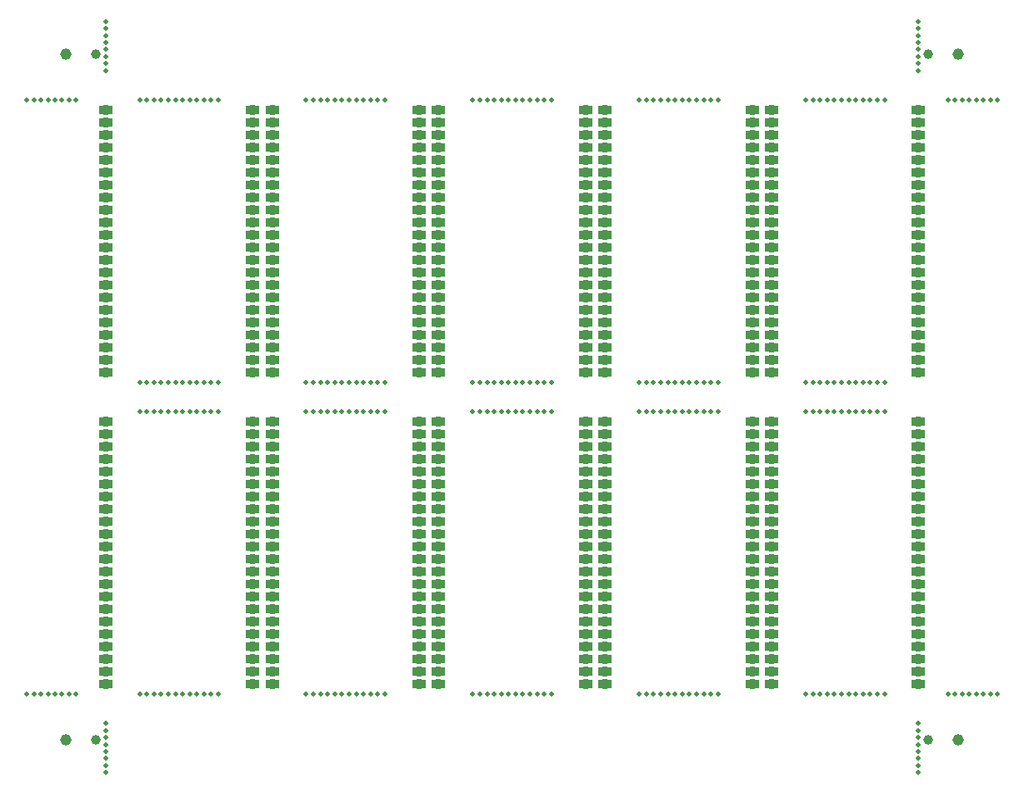
<source format=gbr>
%TF.GenerationSoftware,KiCad,Pcbnew,(6.0.7)*%
%TF.CreationDate,2022-08-09T00:19:31-07:00*%
%TF.ProjectId,panelized-M27C322-to-KM23C32000AG-adapter,70616e65-6c69-47a6-9564-2d4d32374333,rev?*%
%TF.SameCoordinates,Original*%
%TF.FileFunction,Soldermask,Bot*%
%TF.FilePolarity,Negative*%
%FSLAX46Y46*%
G04 Gerber Fmt 4.6, Leading zero omitted, Abs format (unit mm)*
G04 Created by KiCad (PCBNEW (6.0.7)) date 2022-08-09 00:19:31*
%MOMM*%
%LPD*%
G01*
G04 APERTURE LIST*
G04 Aperture macros list*
%AMFreePoly0*
4,1,43,0.067453,0.524421,0.088820,0.521227,0.211929,0.484410,0.231542,0.475348,0.339368,0.405458,0.352846,0.393700,0.635000,0.393700,0.683980,0.375873,0.710042,0.330732,0.711200,0.317500,0.711200,-0.317500,0.693373,-0.366480,0.648232,-0.392542,0.635000,-0.393700,0.351531,-0.393700,0.345985,-0.399827,0.329361,-0.413629,0.219858,-0.480863,0.200030,-0.489443,0.076059,-0.523242,
0.054619,-0.525912,-0.073855,-0.523557,-0.095181,-0.520103,-0.217831,-0.481785,-0.237332,-0.472484,-0.344297,-0.401282,-0.352777,-0.393700,-0.635000,-0.393700,-0.683980,-0.375873,-0.710042,-0.330732,-0.711200,-0.317500,-0.711200,0.317500,-0.693373,0.366480,-0.648232,0.392542,-0.635000,0.393700,-0.352495,0.393700,-0.350843,0.395571,-0.334389,0.409574,-0.225716,0.478141,-0.205995,0.486962,
-0.082446,0.522273,-0.061040,0.525206,0.067453,0.524421,0.067453,0.524421,$1*%
G04 Aperture macros list end*
%ADD10C,1.000000*%
%ADD11C,0.500000*%
%ADD12C,1.152000*%
%ADD13FreePoly0,180.000000*%
G04 APERTURE END LIST*
D10*
%TO.C,REF\u002A\u002A*%
X22000000Y-18350000D03*
%TD*%
%TO.C,REF\u002A\u002A*%
X106612500Y-18350000D03*
%TD*%
%TO.C,REF\u002A\u002A*%
X22000000Y-87990000D03*
%TD*%
%TO.C,REF\u002A\u002A*%
X106612500Y-87990000D03*
%TD*%
D11*
%TO.C,REF\u002A\u002A*%
X17857142Y-23000000D03*
%TD*%
%TO.C,REF\u002A\u002A*%
X62488068Y-83340000D03*
%TD*%
%TO.C,REF\u002A\u002A*%
X80865113Y-54670000D03*
%TD*%
%TO.C,REF\u002A\u002A*%
X34461250Y-23000000D03*
%TD*%
%TO.C,REF\u002A\u002A*%
X44111022Y-51670000D03*
%TD*%
D12*
%TO.C,REF\u002A\u002A*%
X19000000Y-18350000D03*
%TD*%
D11*
%TO.C,REF\u002A\u002A*%
X61033522Y-83340000D03*
%TD*%
%TO.C,REF\u002A\u002A*%
X23000000Y-15000000D03*
%TD*%
%TO.C,REF\u002A\u002A*%
X31552159Y-51670000D03*
%TD*%
%TO.C,REF\u002A\u002A*%
X61760795Y-51670000D03*
%TD*%
%TO.C,REF\u002A\u002A*%
X45565568Y-83340000D03*
%TD*%
%TO.C,REF\u002A\u002A*%
X61033522Y-54670000D03*
%TD*%
%TO.C,REF\u002A\u002A*%
X105612500Y-20000000D03*
%TD*%
%TO.C,REF\u002A\u002A*%
X32279431Y-51670000D03*
%TD*%
%TO.C,REF\u002A\u002A*%
X23000000Y-16428571D03*
%TD*%
D13*
%TO.C,U1*%
X73767500Y-55670000D03*
X73767500Y-56940000D03*
X73767500Y-58210000D03*
X73767500Y-59480000D03*
X73767500Y-60750000D03*
X73767500Y-62020000D03*
X73767500Y-63290000D03*
X73767500Y-64560000D03*
X73767500Y-65830000D03*
X73767500Y-67100000D03*
X73767500Y-68370000D03*
X73767500Y-69640000D03*
X73767500Y-70910000D03*
X73767500Y-72180000D03*
X73767500Y-73450000D03*
X73767500Y-74720000D03*
X73767500Y-75990000D03*
X73767500Y-77260000D03*
X73767500Y-78530000D03*
X73767500Y-79800000D03*
X73767500Y-81070000D03*
X73767500Y-82340000D03*
X88690000Y-82340000D03*
X88690000Y-81070000D03*
X88690000Y-79800000D03*
X88690000Y-78530000D03*
X88690000Y-77260000D03*
X88690000Y-75990000D03*
X88690000Y-74720000D03*
X88690000Y-73450000D03*
X88690000Y-72180000D03*
X88690000Y-70910000D03*
X88690000Y-69640000D03*
X88690000Y-68370000D03*
X88690000Y-67100000D03*
X88690000Y-65830000D03*
X88690000Y-64560000D03*
X88690000Y-63290000D03*
X88690000Y-62020000D03*
X88690000Y-60750000D03*
X88690000Y-59480000D03*
X88690000Y-58210000D03*
X88690000Y-56940000D03*
X88690000Y-55670000D03*
%TD*%
D11*
%TO.C,REF\u002A\u002A*%
X15714285Y-23000000D03*
%TD*%
%TO.C,REF\u002A\u002A*%
X19285714Y-83340000D03*
%TD*%
%TO.C,REF\u002A\u002A*%
X50656477Y-23000000D03*
%TD*%
%TO.C,REF\u002A\u002A*%
X80137840Y-51670000D03*
%TD*%
%TO.C,REF\u002A\u002A*%
X44838295Y-23000000D03*
%TD*%
%TO.C,REF\u002A\u002A*%
X68306250Y-54670000D03*
%TD*%
%TO.C,REF\u002A\u002A*%
X67578977Y-51670000D03*
%TD*%
%TO.C,REF\u002A\u002A*%
X51383750Y-54670000D03*
%TD*%
%TO.C,REF\u002A\u002A*%
X97060340Y-23000000D03*
%TD*%
%TO.C,REF\u002A\u002A*%
X26461250Y-83340000D03*
%TD*%
%TO.C,REF\u002A\u002A*%
X84501477Y-51670000D03*
%TD*%
%TO.C,REF\u002A\u002A*%
X113612500Y-83340000D03*
%TD*%
%TO.C,REF\u002A\u002A*%
X65397159Y-83340000D03*
%TD*%
%TO.C,REF\u002A\u002A*%
X63942613Y-51670000D03*
%TD*%
%TO.C,REF\u002A\u002A*%
X60306250Y-83340000D03*
%TD*%
%TO.C,REF\u002A\u002A*%
X23000000Y-17142857D03*
%TD*%
D13*
%TO.C,U1*%
X39922500Y-55670000D03*
X39922500Y-56940000D03*
X39922500Y-58210000D03*
X39922500Y-59480000D03*
X39922500Y-60750000D03*
X39922500Y-62020000D03*
X39922500Y-63290000D03*
X39922500Y-64560000D03*
X39922500Y-65830000D03*
X39922500Y-67100000D03*
X39922500Y-68370000D03*
X39922500Y-69640000D03*
X39922500Y-70910000D03*
X39922500Y-72180000D03*
X39922500Y-73450000D03*
X39922500Y-74720000D03*
X39922500Y-75990000D03*
X39922500Y-77260000D03*
X39922500Y-78530000D03*
X39922500Y-79800000D03*
X39922500Y-81070000D03*
X39922500Y-82340000D03*
X54845000Y-82340000D03*
X54845000Y-81070000D03*
X54845000Y-79800000D03*
X54845000Y-78530000D03*
X54845000Y-77260000D03*
X54845000Y-75990000D03*
X54845000Y-74720000D03*
X54845000Y-73450000D03*
X54845000Y-72180000D03*
X54845000Y-70910000D03*
X54845000Y-69640000D03*
X54845000Y-68370000D03*
X54845000Y-67100000D03*
X54845000Y-65830000D03*
X54845000Y-64560000D03*
X54845000Y-63290000D03*
X54845000Y-62020000D03*
X54845000Y-60750000D03*
X54845000Y-59480000D03*
X54845000Y-58210000D03*
X54845000Y-56940000D03*
X54845000Y-55670000D03*
%TD*%
D11*
%TO.C,REF\u002A\u002A*%
X44838295Y-51670000D03*
%TD*%
%TO.C,REF\u002A\u002A*%
X101423977Y-51670000D03*
%TD*%
%TO.C,REF\u002A\u002A*%
X45565568Y-54670000D03*
%TD*%
%TO.C,REF\u002A\u002A*%
X82319659Y-51670000D03*
%TD*%
%TO.C,REF\u002A\u002A*%
X67578977Y-23000000D03*
%TD*%
%TO.C,REF\u002A\u002A*%
X77956022Y-51670000D03*
%TD*%
%TO.C,REF\u002A\u002A*%
X102151250Y-54670000D03*
%TD*%
%TO.C,REF\u002A\u002A*%
X81592386Y-54670000D03*
%TD*%
%TO.C,REF\u002A\u002A*%
X99242159Y-54670000D03*
%TD*%
%TO.C,REF\u002A\u002A*%
X77228750Y-23000000D03*
%TD*%
%TO.C,REF\u002A\u002A*%
X80865113Y-23000000D03*
%TD*%
%TO.C,REF\u002A\u002A*%
X23000000Y-15714285D03*
%TD*%
%TO.C,REF\u002A\u002A*%
X63942613Y-54670000D03*
%TD*%
%TO.C,REF\u002A\u002A*%
X78683295Y-83340000D03*
%TD*%
%TO.C,REF\u002A\u002A*%
X66851704Y-54670000D03*
%TD*%
%TO.C,REF\u002A\u002A*%
X45565568Y-23000000D03*
%TD*%
%TO.C,REF\u002A\u002A*%
X96333068Y-54670000D03*
%TD*%
%TO.C,REF\u002A\u002A*%
X81592386Y-83340000D03*
%TD*%
%TO.C,REF\u002A\u002A*%
X43383750Y-23000000D03*
%TD*%
%TO.C,REF\u002A\u002A*%
X105612500Y-90625714D03*
%TD*%
%TO.C,REF\u002A\u002A*%
X105612500Y-15714285D03*
%TD*%
%TO.C,REF\u002A\u002A*%
X110041071Y-83340000D03*
%TD*%
%TO.C,REF\u002A\u002A*%
X47747386Y-54670000D03*
%TD*%
%TO.C,REF\u002A\u002A*%
X98514886Y-51670000D03*
%TD*%
%TO.C,REF\u002A\u002A*%
X49201931Y-23000000D03*
%TD*%
%TO.C,REF\u002A\u002A*%
X83774204Y-54670000D03*
%TD*%
D12*
%TO.C,REF\u002A\u002A*%
X19000000Y-87990000D03*
%TD*%
D11*
%TO.C,REF\u002A\u002A*%
X99242159Y-23000000D03*
%TD*%
%TO.C,REF\u002A\u002A*%
X27188522Y-51670000D03*
%TD*%
%TO.C,REF\u002A\u002A*%
X30097613Y-54670000D03*
%TD*%
%TO.C,REF\u002A\u002A*%
X95605795Y-51670000D03*
%TD*%
%TO.C,REF\u002A\u002A*%
X33733977Y-51670000D03*
%TD*%
%TO.C,REF\u002A\u002A*%
X80865113Y-83340000D03*
%TD*%
%TO.C,REF\u002A\u002A*%
X64669886Y-51670000D03*
%TD*%
%TO.C,REF\u002A\u002A*%
X45565568Y-51670000D03*
%TD*%
%TO.C,REF\u002A\u002A*%
X97787613Y-54670000D03*
%TD*%
%TO.C,REF\u002A\u002A*%
X81592386Y-51670000D03*
%TD*%
%TO.C,REF\u002A\u002A*%
X27915795Y-83340000D03*
%TD*%
%TO.C,REF\u002A\u002A*%
X43383750Y-54670000D03*
%TD*%
%TO.C,REF\u002A\u002A*%
X48474659Y-23000000D03*
%TD*%
%TO.C,REF\u002A\u002A*%
X16428571Y-83340000D03*
%TD*%
%TO.C,REF\u002A\u002A*%
X20000000Y-23000000D03*
%TD*%
%TO.C,REF\u002A\u002A*%
X44111022Y-23000000D03*
%TD*%
D13*
%TO.C,U1*%
X90690000Y-55670000D03*
X90690000Y-56940000D03*
X90690000Y-58210000D03*
X90690000Y-59480000D03*
X90690000Y-60750000D03*
X90690000Y-62020000D03*
X90690000Y-63290000D03*
X90690000Y-64560000D03*
X90690000Y-65830000D03*
X90690000Y-67100000D03*
X90690000Y-68370000D03*
X90690000Y-69640000D03*
X90690000Y-70910000D03*
X90690000Y-72180000D03*
X90690000Y-73450000D03*
X90690000Y-74720000D03*
X90690000Y-75990000D03*
X90690000Y-77260000D03*
X90690000Y-78530000D03*
X90690000Y-79800000D03*
X90690000Y-81070000D03*
X90690000Y-82340000D03*
X105612500Y-82340000D03*
X105612500Y-81070000D03*
X105612500Y-79800000D03*
X105612500Y-78530000D03*
X105612500Y-77260000D03*
X105612500Y-75990000D03*
X105612500Y-74720000D03*
X105612500Y-73450000D03*
X105612500Y-72180000D03*
X105612500Y-70910000D03*
X105612500Y-69640000D03*
X105612500Y-68370000D03*
X105612500Y-67100000D03*
X105612500Y-65830000D03*
X105612500Y-64560000D03*
X105612500Y-63290000D03*
X105612500Y-62020000D03*
X105612500Y-60750000D03*
X105612500Y-59480000D03*
X105612500Y-58210000D03*
X105612500Y-56940000D03*
X105612500Y-55670000D03*
%TD*%
D11*
%TO.C,REF\u002A\u002A*%
X44838295Y-54670000D03*
%TD*%
%TO.C,REF\u002A\u002A*%
X17142857Y-23000000D03*
%TD*%
%TO.C,REF\u002A\u002A*%
X105612500Y-91340000D03*
%TD*%
%TO.C,REF\u002A\u002A*%
X51383750Y-51670000D03*
%TD*%
%TO.C,REF\u002A\u002A*%
X97060340Y-51670000D03*
%TD*%
%TO.C,REF\u002A\u002A*%
X67578977Y-54670000D03*
%TD*%
%TO.C,REF\u002A\u002A*%
X83774204Y-83340000D03*
%TD*%
%TO.C,REF\u002A\u002A*%
X15000000Y-83340000D03*
%TD*%
D13*
%TO.C,U1*%
X23000000Y-55670000D03*
X23000000Y-56940000D03*
X23000000Y-58210000D03*
X23000000Y-59480000D03*
X23000000Y-60750000D03*
X23000000Y-62020000D03*
X23000000Y-63290000D03*
X23000000Y-64560000D03*
X23000000Y-65830000D03*
X23000000Y-67100000D03*
X23000000Y-68370000D03*
X23000000Y-69640000D03*
X23000000Y-70910000D03*
X23000000Y-72180000D03*
X23000000Y-73450000D03*
X23000000Y-74720000D03*
X23000000Y-75990000D03*
X23000000Y-77260000D03*
X23000000Y-78530000D03*
X23000000Y-79800000D03*
X23000000Y-81070000D03*
X23000000Y-82340000D03*
X37922500Y-82340000D03*
X37922500Y-81070000D03*
X37922500Y-79800000D03*
X37922500Y-78530000D03*
X37922500Y-77260000D03*
X37922500Y-75990000D03*
X37922500Y-74720000D03*
X37922500Y-73450000D03*
X37922500Y-72180000D03*
X37922500Y-70910000D03*
X37922500Y-69640000D03*
X37922500Y-68370000D03*
X37922500Y-67100000D03*
X37922500Y-65830000D03*
X37922500Y-64560000D03*
X37922500Y-63290000D03*
X37922500Y-62020000D03*
X37922500Y-60750000D03*
X37922500Y-59480000D03*
X37922500Y-58210000D03*
X37922500Y-56940000D03*
X37922500Y-55670000D03*
%TD*%
D11*
%TO.C,REF\u002A\u002A*%
X77956022Y-54670000D03*
%TD*%
%TO.C,REF\u002A\u002A*%
X33733977Y-23000000D03*
%TD*%
%TO.C,REF\u002A\u002A*%
X29370340Y-54670000D03*
%TD*%
%TO.C,REF\u002A\u002A*%
X47020113Y-54670000D03*
%TD*%
%TO.C,REF\u002A\u002A*%
X34461250Y-54670000D03*
%TD*%
%TO.C,REF\u002A\u002A*%
X110041071Y-23000000D03*
%TD*%
%TO.C,REF\u002A\u002A*%
X94151250Y-51670000D03*
%TD*%
%TO.C,REF\u002A\u002A*%
X105612500Y-17142857D03*
%TD*%
%TO.C,REF\u002A\u002A*%
X49201931Y-54670000D03*
%TD*%
%TO.C,REF\u002A\u002A*%
X23000000Y-86340000D03*
%TD*%
%TO.C,REF\u002A\u002A*%
X68306250Y-51670000D03*
%TD*%
%TO.C,REF\u002A\u002A*%
X79410568Y-83340000D03*
%TD*%
%TO.C,REF\u002A\u002A*%
X60306250Y-54670000D03*
%TD*%
%TO.C,REF\u002A\u002A*%
X110755357Y-83340000D03*
%TD*%
%TO.C,REF\u002A\u002A*%
X66124431Y-23000000D03*
%TD*%
%TO.C,REF\u002A\u002A*%
X85228750Y-51670000D03*
%TD*%
%TO.C,REF\u002A\u002A*%
X61760795Y-54670000D03*
%TD*%
%TO.C,REF\u002A\u002A*%
X112898214Y-23000000D03*
%TD*%
%TO.C,REF\u002A\u002A*%
X66124431Y-51670000D03*
%TD*%
%TO.C,REF\u002A\u002A*%
X80137840Y-54670000D03*
%TD*%
%TO.C,REF\u002A\u002A*%
X65397159Y-54670000D03*
%TD*%
%TO.C,REF\u002A\u002A*%
X105612500Y-15000000D03*
%TD*%
%TO.C,REF\u002A\u002A*%
X49201931Y-51670000D03*
%TD*%
%TO.C,REF\u002A\u002A*%
X95605795Y-54670000D03*
%TD*%
%TO.C,REF\u002A\u002A*%
X105612500Y-88482857D03*
%TD*%
%TO.C,REF\u002A\u002A*%
X63215340Y-83340000D03*
%TD*%
%TO.C,REF\u002A\u002A*%
X63215340Y-23000000D03*
%TD*%
%TO.C,REF\u002A\u002A*%
X50656477Y-54670000D03*
%TD*%
%TO.C,REF\u002A\u002A*%
X108612500Y-83340000D03*
%TD*%
%TO.C,REF\u002A\u002A*%
X83046931Y-23000000D03*
%TD*%
%TO.C,REF\u002A\u002A*%
X102151250Y-51670000D03*
%TD*%
%TO.C,REF\u002A\u002A*%
X32279431Y-54670000D03*
%TD*%
%TO.C,REF\u002A\u002A*%
X23000000Y-19285714D03*
%TD*%
%TO.C,REF\u002A\u002A*%
X23000000Y-89911428D03*
%TD*%
D13*
%TO.C,U1*%
X73767500Y-24000000D03*
X73767500Y-25270000D03*
X73767500Y-26540000D03*
X73767500Y-27810000D03*
X73767500Y-29080000D03*
X73767500Y-30350000D03*
X73767500Y-31620000D03*
X73767500Y-32890000D03*
X73767500Y-34160000D03*
X73767500Y-35430000D03*
X73767500Y-36700000D03*
X73767500Y-37970000D03*
X73767500Y-39240000D03*
X73767500Y-40510000D03*
X73767500Y-41780000D03*
X73767500Y-43050000D03*
X73767500Y-44320000D03*
X73767500Y-45590000D03*
X73767500Y-46860000D03*
X73767500Y-48130000D03*
X73767500Y-49400000D03*
X73767500Y-50670000D03*
X88690000Y-50670000D03*
X88690000Y-49400000D03*
X88690000Y-48130000D03*
X88690000Y-46860000D03*
X88690000Y-45590000D03*
X88690000Y-44320000D03*
X88690000Y-43050000D03*
X88690000Y-41780000D03*
X88690000Y-40510000D03*
X88690000Y-39240000D03*
X88690000Y-37970000D03*
X88690000Y-36700000D03*
X88690000Y-35430000D03*
X88690000Y-34160000D03*
X88690000Y-32890000D03*
X88690000Y-31620000D03*
X88690000Y-30350000D03*
X88690000Y-29080000D03*
X88690000Y-27810000D03*
X88690000Y-26540000D03*
X88690000Y-25270000D03*
X88690000Y-24000000D03*
%TD*%
D11*
%TO.C,REF\u002A\u002A*%
X65397159Y-51670000D03*
%TD*%
%TO.C,REF\u002A\u002A*%
X113612500Y-23000000D03*
%TD*%
%TO.C,REF\u002A\u002A*%
X49201931Y-83340000D03*
%TD*%
%TO.C,REF\u002A\u002A*%
X66851704Y-23000000D03*
%TD*%
%TO.C,REF\u002A\u002A*%
X105612500Y-87054285D03*
%TD*%
D13*
%TO.C,U1*%
X39922500Y-24000000D03*
X39922500Y-25270000D03*
X39922500Y-26540000D03*
X39922500Y-27810000D03*
X39922500Y-29080000D03*
X39922500Y-30350000D03*
X39922500Y-31620000D03*
X39922500Y-32890000D03*
X39922500Y-34160000D03*
X39922500Y-35430000D03*
X39922500Y-36700000D03*
X39922500Y-37970000D03*
X39922500Y-39240000D03*
X39922500Y-40510000D03*
X39922500Y-41780000D03*
X39922500Y-43050000D03*
X39922500Y-44320000D03*
X39922500Y-45590000D03*
X39922500Y-46860000D03*
X39922500Y-48130000D03*
X39922500Y-49400000D03*
X39922500Y-50670000D03*
X54845000Y-50670000D03*
X54845000Y-49400000D03*
X54845000Y-48130000D03*
X54845000Y-46860000D03*
X54845000Y-45590000D03*
X54845000Y-44320000D03*
X54845000Y-43050000D03*
X54845000Y-41780000D03*
X54845000Y-40510000D03*
X54845000Y-39240000D03*
X54845000Y-37970000D03*
X54845000Y-36700000D03*
X54845000Y-35430000D03*
X54845000Y-34160000D03*
X54845000Y-32890000D03*
X54845000Y-31620000D03*
X54845000Y-30350000D03*
X54845000Y-29080000D03*
X54845000Y-27810000D03*
X54845000Y-26540000D03*
X54845000Y-25270000D03*
X54845000Y-24000000D03*
%TD*%
D11*
%TO.C,REF\u002A\u002A*%
X99969431Y-83340000D03*
%TD*%
%TO.C,REF\u002A\u002A*%
X51383750Y-83340000D03*
%TD*%
%TO.C,REF\u002A\u002A*%
X30097613Y-83340000D03*
%TD*%
%TO.C,REF\u002A\u002A*%
X23000000Y-87768571D03*
%TD*%
%TO.C,REF\u002A\u002A*%
X43383750Y-51670000D03*
%TD*%
%TO.C,REF\u002A\u002A*%
X27188522Y-54670000D03*
%TD*%
%TO.C,REF\u002A\u002A*%
X28643068Y-54670000D03*
%TD*%
%TO.C,REF\u002A\u002A*%
X102151250Y-83340000D03*
%TD*%
%TO.C,REF\u002A\u002A*%
X15714285Y-83340000D03*
%TD*%
%TO.C,REF\u002A\u002A*%
X63215340Y-54670000D03*
%TD*%
%TO.C,REF\u002A\u002A*%
X23000000Y-90625714D03*
%TD*%
%TO.C,REF\u002A\u002A*%
X28643068Y-23000000D03*
%TD*%
%TO.C,REF\u002A\u002A*%
X112898214Y-83340000D03*
%TD*%
%TO.C,REF\u002A\u002A*%
X84501477Y-83340000D03*
%TD*%
%TO.C,REF\u002A\u002A*%
X105612500Y-89911428D03*
%TD*%
%TO.C,REF\u002A\u002A*%
X112183928Y-83340000D03*
%TD*%
D13*
%TO.C,U1*%
X90690000Y-24000000D03*
X90690000Y-25270000D03*
X90690000Y-26540000D03*
X90690000Y-27810000D03*
X90690000Y-29080000D03*
X90690000Y-30350000D03*
X90690000Y-31620000D03*
X90690000Y-32890000D03*
X90690000Y-34160000D03*
X90690000Y-35430000D03*
X90690000Y-36700000D03*
X90690000Y-37970000D03*
X90690000Y-39240000D03*
X90690000Y-40510000D03*
X90690000Y-41780000D03*
X90690000Y-43050000D03*
X90690000Y-44320000D03*
X90690000Y-45590000D03*
X90690000Y-46860000D03*
X90690000Y-48130000D03*
X90690000Y-49400000D03*
X90690000Y-50670000D03*
X105612500Y-50670000D03*
X105612500Y-49400000D03*
X105612500Y-48130000D03*
X105612500Y-46860000D03*
X105612500Y-45590000D03*
X105612500Y-44320000D03*
X105612500Y-43050000D03*
X105612500Y-41780000D03*
X105612500Y-40510000D03*
X105612500Y-39240000D03*
X105612500Y-37970000D03*
X105612500Y-36700000D03*
X105612500Y-35430000D03*
X105612500Y-34160000D03*
X105612500Y-32890000D03*
X105612500Y-31620000D03*
X105612500Y-30350000D03*
X105612500Y-29080000D03*
X105612500Y-27810000D03*
X105612500Y-26540000D03*
X105612500Y-25270000D03*
X105612500Y-24000000D03*
%TD*%
D11*
%TO.C,REF\u002A\u002A*%
X44838295Y-83340000D03*
%TD*%
%TO.C,REF\u002A\u002A*%
X77228750Y-51670000D03*
%TD*%
%TO.C,REF\u002A\u002A*%
X105612500Y-16428571D03*
%TD*%
%TO.C,REF\u002A\u002A*%
X30824886Y-54670000D03*
%TD*%
%TO.C,REF\u002A\u002A*%
X79410568Y-51670000D03*
%TD*%
%TO.C,REF\u002A\u002A*%
X33733977Y-83340000D03*
%TD*%
%TO.C,REF\u002A\u002A*%
X101423977Y-54670000D03*
%TD*%
%TO.C,REF\u002A\u002A*%
X31552159Y-83340000D03*
%TD*%
%TO.C,REF\u002A\u002A*%
X17857142Y-83340000D03*
%TD*%
%TO.C,REF\u002A\u002A*%
X31552159Y-54670000D03*
%TD*%
%TO.C,REF\u002A\u002A*%
X26461250Y-54670000D03*
%TD*%
%TO.C,REF\u002A\u002A*%
X23000000Y-20000000D03*
%TD*%
%TO.C,REF\u002A\u002A*%
X46292840Y-83340000D03*
%TD*%
%TO.C,REF\u002A\u002A*%
X27188522Y-23000000D03*
%TD*%
%TO.C,REF\u002A\u002A*%
X18571428Y-83340000D03*
%TD*%
%TO.C,REF\u002A\u002A*%
X27915795Y-54670000D03*
%TD*%
%TO.C,REF\u002A\u002A*%
X16428571Y-23000000D03*
%TD*%
%TO.C,REF\u002A\u002A*%
X47747386Y-83340000D03*
%TD*%
%TO.C,REF\u002A\u002A*%
X98514886Y-54670000D03*
%TD*%
%TO.C,REF\u002A\u002A*%
X95605795Y-23000000D03*
%TD*%
%TO.C,REF\u002A\u002A*%
X23000000Y-18571428D03*
%TD*%
%TO.C,REF\u002A\u002A*%
X85228750Y-54670000D03*
%TD*%
%TO.C,REF\u002A\u002A*%
X96333068Y-83340000D03*
%TD*%
%TO.C,REF\u002A\u002A*%
X63942613Y-83340000D03*
%TD*%
%TO.C,REF\u002A\u002A*%
X18571428Y-23000000D03*
%TD*%
%TO.C,REF\u002A\u002A*%
X46292840Y-51670000D03*
%TD*%
%TO.C,REF\u002A\u002A*%
X77956022Y-83340000D03*
%TD*%
%TO.C,REF\u002A\u002A*%
X85228750Y-23000000D03*
%TD*%
%TO.C,REF\u002A\u002A*%
X26461250Y-51670000D03*
%TD*%
%TO.C,REF\u002A\u002A*%
X33006704Y-51670000D03*
%TD*%
%TO.C,REF\u002A\u002A*%
X78683295Y-51670000D03*
%TD*%
%TO.C,REF\u002A\u002A*%
X110755357Y-23000000D03*
%TD*%
%TO.C,REF\u002A\u002A*%
X94151250Y-54670000D03*
%TD*%
%TO.C,REF\u002A\u002A*%
X30097613Y-51670000D03*
%TD*%
%TO.C,REF\u002A\u002A*%
X111469642Y-23000000D03*
%TD*%
%TO.C,REF\u002A\u002A*%
X49929204Y-54670000D03*
%TD*%
%TO.C,REF\u002A\u002A*%
X67578977Y-83340000D03*
%TD*%
%TO.C,REF\u002A\u002A*%
X47020113Y-83340000D03*
%TD*%
%TO.C,REF\u002A\u002A*%
X68306250Y-23000000D03*
%TD*%
%TO.C,REF\u002A\u002A*%
X62488068Y-54670000D03*
%TD*%
%TO.C,REF\u002A\u002A*%
X85228750Y-83340000D03*
%TD*%
%TO.C,REF\u002A\u002A*%
X94151250Y-83340000D03*
%TD*%
%TO.C,REF\u002A\u002A*%
X64669886Y-54670000D03*
%TD*%
%TO.C,REF\u002A\u002A*%
X97787613Y-83340000D03*
%TD*%
%TO.C,REF\u002A\u002A*%
X80137840Y-23000000D03*
%TD*%
D13*
%TO.C,U1*%
X23000000Y-24000000D03*
X23000000Y-25270000D03*
X23000000Y-26540000D03*
X23000000Y-27810000D03*
X23000000Y-29080000D03*
X23000000Y-30350000D03*
X23000000Y-31620000D03*
X23000000Y-32890000D03*
X23000000Y-34160000D03*
X23000000Y-35430000D03*
X23000000Y-36700000D03*
X23000000Y-37970000D03*
X23000000Y-39240000D03*
X23000000Y-40510000D03*
X23000000Y-41780000D03*
X23000000Y-43050000D03*
X23000000Y-44320000D03*
X23000000Y-45590000D03*
X23000000Y-46860000D03*
X23000000Y-48130000D03*
X23000000Y-49400000D03*
X23000000Y-50670000D03*
X37922500Y-50670000D03*
X37922500Y-49400000D03*
X37922500Y-48130000D03*
X37922500Y-46860000D03*
X37922500Y-45590000D03*
X37922500Y-44320000D03*
X37922500Y-43050000D03*
X37922500Y-41780000D03*
X37922500Y-40510000D03*
X37922500Y-39240000D03*
X37922500Y-37970000D03*
X37922500Y-36700000D03*
X37922500Y-35430000D03*
X37922500Y-34160000D03*
X37922500Y-32890000D03*
X37922500Y-31620000D03*
X37922500Y-30350000D03*
X37922500Y-29080000D03*
X37922500Y-27810000D03*
X37922500Y-26540000D03*
X37922500Y-25270000D03*
X37922500Y-24000000D03*
%TD*%
D11*
%TO.C,REF\u002A\u002A*%
X95605795Y-83340000D03*
%TD*%
%TO.C,REF\u002A\u002A*%
X60306250Y-51670000D03*
%TD*%
%TO.C,REF\u002A\u002A*%
X33733977Y-54670000D03*
%TD*%
%TO.C,REF\u002A\u002A*%
X33006704Y-83340000D03*
%TD*%
%TO.C,REF\u002A\u002A*%
X66124431Y-54670000D03*
%TD*%
%TO.C,REF\u002A\u002A*%
X64669886Y-23000000D03*
%TD*%
D13*
%TO.C,U1*%
X56845000Y-24000000D03*
X56845000Y-25270000D03*
X56845000Y-26540000D03*
X56845000Y-27810000D03*
X56845000Y-29080000D03*
X56845000Y-30350000D03*
X56845000Y-31620000D03*
X56845000Y-32890000D03*
X56845000Y-34160000D03*
X56845000Y-35430000D03*
X56845000Y-36700000D03*
X56845000Y-37970000D03*
X56845000Y-39240000D03*
X56845000Y-40510000D03*
X56845000Y-41780000D03*
X56845000Y-43050000D03*
X56845000Y-44320000D03*
X56845000Y-45590000D03*
X56845000Y-46860000D03*
X56845000Y-48130000D03*
X56845000Y-49400000D03*
X56845000Y-50670000D03*
X71767500Y-50670000D03*
X71767500Y-49400000D03*
X71767500Y-48130000D03*
X71767500Y-46860000D03*
X71767500Y-45590000D03*
X71767500Y-44320000D03*
X71767500Y-43050000D03*
X71767500Y-41780000D03*
X71767500Y-40510000D03*
X71767500Y-39240000D03*
X71767500Y-37970000D03*
X71767500Y-36700000D03*
X71767500Y-35430000D03*
X71767500Y-34160000D03*
X71767500Y-32890000D03*
X71767500Y-31620000D03*
X71767500Y-30350000D03*
X71767500Y-29080000D03*
X71767500Y-27810000D03*
X71767500Y-26540000D03*
X71767500Y-25270000D03*
X71767500Y-24000000D03*
%TD*%
D11*
%TO.C,REF\u002A\u002A*%
X48474659Y-51670000D03*
%TD*%
%TO.C,REF\u002A\u002A*%
X46292840Y-54670000D03*
%TD*%
%TO.C,REF\u002A\u002A*%
X47747386Y-23000000D03*
%TD*%
%TO.C,REF\u002A\u002A*%
X98514886Y-83340000D03*
%TD*%
%TO.C,REF\u002A\u002A*%
X99242159Y-83340000D03*
%TD*%
%TO.C,REF\u002A\u002A*%
X96333068Y-51670000D03*
%TD*%
%TO.C,REF\u002A\u002A*%
X33006704Y-54670000D03*
%TD*%
%TO.C,REF\u002A\u002A*%
X61760795Y-83340000D03*
%TD*%
%TO.C,REF\u002A\u002A*%
X111469642Y-83340000D03*
%TD*%
%TO.C,REF\u002A\u002A*%
X84501477Y-23000000D03*
%TD*%
%TO.C,REF\u002A\u002A*%
X94878522Y-23000000D03*
%TD*%
%TO.C,REF\u002A\u002A*%
X20000000Y-83340000D03*
%TD*%
%TO.C,REF\u002A\u002A*%
X78683295Y-54670000D03*
%TD*%
%TO.C,REF\u002A\u002A*%
X62488068Y-23000000D03*
%TD*%
%TO.C,REF\u002A\u002A*%
X77228750Y-83340000D03*
%TD*%
%TO.C,REF\u002A\u002A*%
X84501477Y-54670000D03*
%TD*%
%TO.C,REF\u002A\u002A*%
X100696704Y-23000000D03*
%TD*%
%TO.C,REF\u002A\u002A*%
X83774204Y-51670000D03*
%TD*%
%TO.C,REF\u002A\u002A*%
X81592386Y-23000000D03*
%TD*%
%TO.C,REF\u002A\u002A*%
X99969431Y-23000000D03*
%TD*%
%TO.C,REF\u002A\u002A*%
X100696704Y-54670000D03*
%TD*%
%TO.C,REF\u002A\u002A*%
X23000000Y-89197142D03*
%TD*%
%TO.C,REF\u002A\u002A*%
X30097613Y-23000000D03*
%TD*%
%TO.C,REF\u002A\u002A*%
X83774204Y-23000000D03*
%TD*%
%TO.C,REF\u002A\u002A*%
X94878522Y-83340000D03*
%TD*%
%TO.C,REF\u002A\u002A*%
X97787613Y-23000000D03*
%TD*%
%TO.C,REF\u002A\u002A*%
X64669886Y-83340000D03*
%TD*%
%TO.C,REF\u002A\u002A*%
X28643068Y-51670000D03*
%TD*%
%TO.C,REF\u002A\u002A*%
X105612500Y-17857142D03*
%TD*%
%TO.C,REF\u002A\u002A*%
X108612500Y-23000000D03*
%TD*%
%TO.C,REF\u002A\u002A*%
X19285714Y-23000000D03*
%TD*%
%TO.C,REF\u002A\u002A*%
X94151250Y-23000000D03*
%TD*%
%TO.C,REF\u002A\u002A*%
X100696704Y-51670000D03*
%TD*%
%TO.C,REF\u002A\u002A*%
X47747386Y-51670000D03*
%TD*%
%TO.C,REF\u002A\u002A*%
X68306250Y-83340000D03*
%TD*%
%TO.C,REF\u002A\u002A*%
X17142857Y-83340000D03*
%TD*%
%TO.C,REF\u002A\u002A*%
X47020113Y-23000000D03*
%TD*%
%TO.C,REF\u002A\u002A*%
X49929204Y-51670000D03*
%TD*%
%TO.C,REF\u002A\u002A*%
X78683295Y-23000000D03*
%TD*%
%TO.C,REF\u002A\u002A*%
X105612500Y-86340000D03*
%TD*%
%TO.C,REF\u002A\u002A*%
X66124431Y-83340000D03*
%TD*%
%TO.C,REF\u002A\u002A*%
X31552159Y-23000000D03*
%TD*%
%TO.C,REF\u002A\u002A*%
X44111022Y-54670000D03*
%TD*%
%TO.C,REF\u002A\u002A*%
X60306250Y-23000000D03*
%TD*%
%TO.C,REF\u002A\u002A*%
X50656477Y-51670000D03*
%TD*%
%TO.C,REF\u002A\u002A*%
X61033522Y-23000000D03*
%TD*%
%TO.C,REF\u002A\u002A*%
X23000000Y-87054285D03*
%TD*%
%TO.C,REF\u002A\u002A*%
X33006704Y-23000000D03*
%TD*%
%TO.C,REF\u002A\u002A*%
X80137840Y-83340000D03*
%TD*%
%TO.C,REF\u002A\u002A*%
X66851704Y-83340000D03*
%TD*%
%TO.C,REF\u002A\u002A*%
X63942613Y-23000000D03*
%TD*%
%TO.C,REF\u002A\u002A*%
X98514886Y-23000000D03*
%TD*%
%TO.C,REF\u002A\u002A*%
X29370340Y-83340000D03*
%TD*%
%TO.C,REF\u002A\u002A*%
X99969431Y-54670000D03*
%TD*%
%TO.C,REF\u002A\u002A*%
X105612500Y-18571428D03*
%TD*%
%TO.C,REF\u002A\u002A*%
X32279431Y-83340000D03*
%TD*%
%TO.C,REF\u002A\u002A*%
X27915795Y-23000000D03*
%TD*%
%TO.C,REF\u002A\u002A*%
X48474659Y-54670000D03*
%TD*%
%TO.C,REF\u002A\u002A*%
X83046931Y-54670000D03*
%TD*%
%TO.C,REF\u002A\u002A*%
X99969431Y-51670000D03*
%TD*%
%TO.C,REF\u002A\u002A*%
X50656477Y-83340000D03*
%TD*%
%TO.C,REF\u002A\u002A*%
X109326785Y-83340000D03*
%TD*%
%TO.C,REF\u002A\u002A*%
X82319659Y-23000000D03*
%TD*%
%TO.C,REF\u002A\u002A*%
X112183928Y-23000000D03*
%TD*%
%TO.C,REF\u002A\u002A*%
X29370340Y-23000000D03*
%TD*%
%TO.C,REF\u002A\u002A*%
X44111022Y-83340000D03*
%TD*%
%TO.C,REF\u002A\u002A*%
X46292840Y-23000000D03*
%TD*%
%TO.C,REF\u002A\u002A*%
X109326785Y-23000000D03*
%TD*%
%TO.C,REF\u002A\u002A*%
X27188522Y-83340000D03*
%TD*%
%TO.C,REF\u002A\u002A*%
X30824886Y-23000000D03*
%TD*%
%TO.C,REF\u002A\u002A*%
X27915795Y-51670000D03*
%TD*%
%TO.C,REF\u002A\u002A*%
X96333068Y-23000000D03*
%TD*%
%TO.C,REF\u002A\u002A*%
X79410568Y-54670000D03*
%TD*%
%TO.C,REF\u002A\u002A*%
X26461250Y-23000000D03*
%TD*%
D12*
%TO.C,REF\u002A\u002A*%
X109612500Y-87990000D03*
%TD*%
D11*
%TO.C,REF\u002A\u002A*%
X97060340Y-54670000D03*
%TD*%
%TO.C,REF\u002A\u002A*%
X100696704Y-83340000D03*
%TD*%
D12*
%TO.C,REF\u002A\u002A*%
X109612500Y-18350000D03*
%TD*%
D11*
%TO.C,REF\u002A\u002A*%
X102151250Y-23000000D03*
%TD*%
%TO.C,REF\u002A\u002A*%
X61760795Y-23000000D03*
%TD*%
%TO.C,REF\u002A\u002A*%
X105612500Y-19285714D03*
%TD*%
%TO.C,REF\u002A\u002A*%
X97060340Y-83340000D03*
%TD*%
%TO.C,REF\u002A\u002A*%
X29370340Y-51670000D03*
%TD*%
%TO.C,REF\u002A\u002A*%
X94878522Y-51670000D03*
%TD*%
%TO.C,REF\u002A\u002A*%
X49929204Y-83340000D03*
%TD*%
%TO.C,REF\u002A\u002A*%
X97787613Y-51670000D03*
%TD*%
%TO.C,REF\u002A\u002A*%
X99242159Y-51670000D03*
%TD*%
%TO.C,REF\u002A\u002A*%
X34461250Y-51670000D03*
%TD*%
%TO.C,REF\u002A\u002A*%
X105612500Y-87768571D03*
%TD*%
%TO.C,REF\u002A\u002A*%
X65397159Y-23000000D03*
%TD*%
D13*
%TO.C,U1*%
X56845000Y-55670000D03*
X56845000Y-56940000D03*
X56845000Y-58210000D03*
X56845000Y-59480000D03*
X56845000Y-60750000D03*
X56845000Y-62020000D03*
X56845000Y-63290000D03*
X56845000Y-64560000D03*
X56845000Y-65830000D03*
X56845000Y-67100000D03*
X56845000Y-68370000D03*
X56845000Y-69640000D03*
X56845000Y-70910000D03*
X56845000Y-72180000D03*
X56845000Y-73450000D03*
X56845000Y-74720000D03*
X56845000Y-75990000D03*
X56845000Y-77260000D03*
X56845000Y-78530000D03*
X56845000Y-79800000D03*
X56845000Y-81070000D03*
X56845000Y-82340000D03*
X71767500Y-82340000D03*
X71767500Y-81070000D03*
X71767500Y-79800000D03*
X71767500Y-78530000D03*
X71767500Y-77260000D03*
X71767500Y-75990000D03*
X71767500Y-74720000D03*
X71767500Y-73450000D03*
X71767500Y-72180000D03*
X71767500Y-70910000D03*
X71767500Y-69640000D03*
X71767500Y-68370000D03*
X71767500Y-67100000D03*
X71767500Y-65830000D03*
X71767500Y-64560000D03*
X71767500Y-63290000D03*
X71767500Y-62020000D03*
X71767500Y-60750000D03*
X71767500Y-59480000D03*
X71767500Y-58210000D03*
X71767500Y-56940000D03*
X71767500Y-55670000D03*
%TD*%
D11*
%TO.C,REF\u002A\u002A*%
X66851704Y-51670000D03*
%TD*%
%TO.C,REF\u002A\u002A*%
X82319659Y-83340000D03*
%TD*%
%TO.C,REF\u002A\u002A*%
X48474659Y-83340000D03*
%TD*%
%TO.C,REF\u002A\u002A*%
X61033522Y-51670000D03*
%TD*%
%TO.C,REF\u002A\u002A*%
X62488068Y-51670000D03*
%TD*%
%TO.C,REF\u002A\u002A*%
X23000000Y-17857142D03*
%TD*%
%TO.C,REF\u002A\u002A*%
X80865113Y-51670000D03*
%TD*%
%TO.C,REF\u002A\u002A*%
X79410568Y-23000000D03*
%TD*%
%TO.C,REF\u002A\u002A*%
X101423977Y-83340000D03*
%TD*%
%TO.C,REF\u002A\u002A*%
X32279431Y-23000000D03*
%TD*%
%TO.C,REF\u002A\u002A*%
X77228750Y-54670000D03*
%TD*%
%TO.C,REF\u002A\u002A*%
X30824886Y-83340000D03*
%TD*%
%TO.C,REF\u002A\u002A*%
X43383750Y-83340000D03*
%TD*%
%TO.C,REF\u002A\u002A*%
X30824886Y-51670000D03*
%TD*%
%TO.C,REF\u002A\u002A*%
X77956022Y-23000000D03*
%TD*%
%TO.C,REF\u002A\u002A*%
X51383750Y-23000000D03*
%TD*%
%TO.C,REF\u002A\u002A*%
X82319659Y-54670000D03*
%TD*%
%TO.C,REF\u002A\u002A*%
X28643068Y-83340000D03*
%TD*%
%TO.C,REF\u002A\u002A*%
X34461250Y-83340000D03*
%TD*%
%TO.C,REF\u002A\u002A*%
X105612500Y-89197142D03*
%TD*%
%TO.C,REF\u002A\u002A*%
X23000000Y-91340000D03*
%TD*%
%TO.C,REF\u002A\u002A*%
X101423977Y-23000000D03*
%TD*%
%TO.C,REF\u002A\u002A*%
X49929204Y-23000000D03*
%TD*%
%TO.C,REF\u002A\u002A*%
X47020113Y-51670000D03*
%TD*%
%TO.C,REF\u002A\u002A*%
X15000000Y-23000000D03*
%TD*%
%TO.C,REF\u002A\u002A*%
X63215340Y-51670000D03*
%TD*%
%TO.C,REF\u002A\u002A*%
X83046931Y-51670000D03*
%TD*%
%TO.C,REF\u002A\u002A*%
X23000000Y-88482857D03*
%TD*%
%TO.C,REF\u002A\u002A*%
X83046931Y-83340000D03*
%TD*%
%TO.C,REF\u002A\u002A*%
X94878522Y-54670000D03*
%TD*%
M02*

</source>
